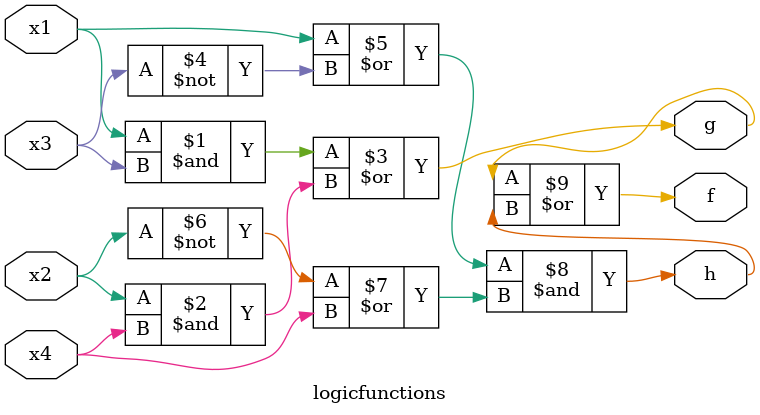
<source format=v>

module logicfunctions (
  input wire x1, x2, x3, x4,
  output wire g, h, f
);

  assign g = x1 & x3 | x2 & x4;
  assign h = (x1 | ~x3) & (~x2 | x4);
  assign f = g | h;
endmodule



</source>
